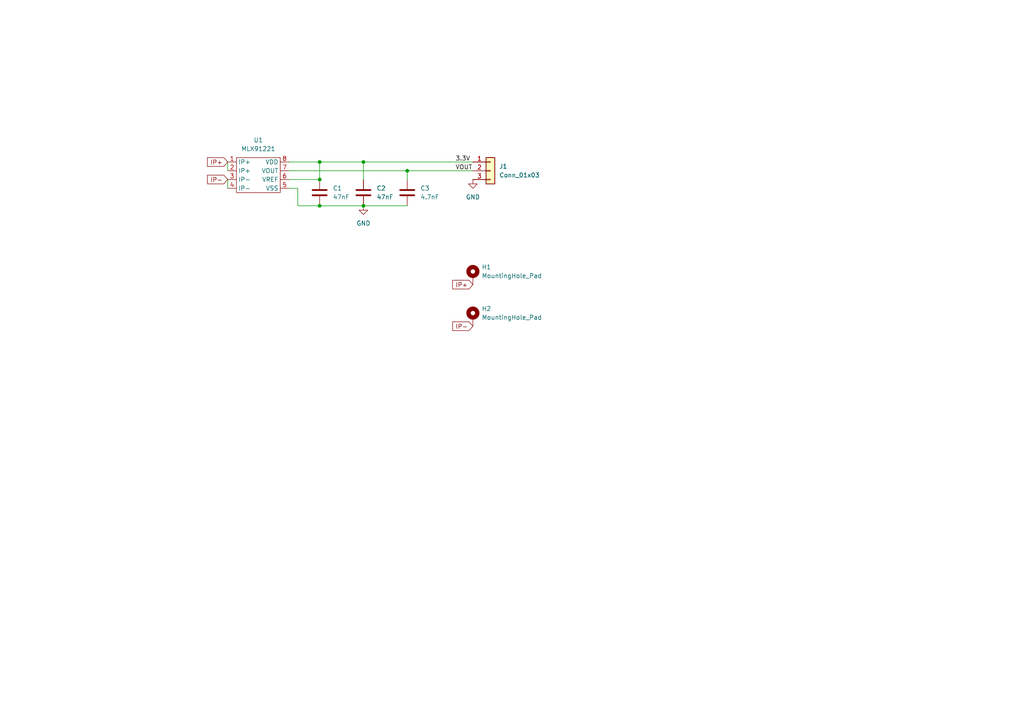
<source format=kicad_sch>
(kicad_sch (version 20211123) (generator eeschema)
  (paper "A4")
  (lib_symbols
    (symbol "01-rickbassham:MLX91221"
      (property "Reference" "U" (at 0 0 0))
      (property "Value" "MLX91221" (at 0 0 0))
      (symbol "MLX91221_0_1"
        (rectangle (start -6.35 -5.08) (end 6.35 -15.24))
      )
      (symbol "MLX91221_1_1"
        (pin power_in line (at -8.89 -6.35 0) (length 2.54) (name "IP+") (number "1"))
        (pin power_in line (at -8.89 -8.89 0) (length 2.54) (name "IP+") (number "2"))
        (pin power_out line (at -8.89 -11.43 0) (length 2.54) (name "IP-") (number "3"))
        (pin power_out line (at -8.89 -13.97 0) (length 2.54) (name "IP-") (number "4"))
        (pin input line (at 8.89 -13.97 180) (length 2.54) (name "VSS") (number "5"))
        (pin input line (at 8.89 -11.43 180) (length 2.54) (name "VREF") (number "6"))
        (pin input line (at 8.89 -8.89 180) (length 2.54) (name "VOUT") (number "7"))
        (pin input line (at 8.89 -6.35 180) (length 2.54) (name "VDD") (number "8"))
      )
    )
    (symbol "Connector_Generic:Conn_01x03" (pin_names (offset 1.016) hide)
      (property "Reference" "J" (at 0 5.08 0))
      (property "Value" "Conn_01x03" (at 0 -5.08 0))
      (symbol "Conn_01x03_1_1"
        (rectangle (start -1.27 -2.413) (end 0 -2.667) (stroke (width 0.1524)))
        (rectangle (start -1.27 0.127) (end 0 -0.127) (stroke (width 0.1524)))
        (rectangle (start -1.27 2.667) (end 0 2.413) (stroke (width 0.1524)))
        (rectangle (start -1.27 3.81) (end 1.27 -3.81) (stroke (width 0.254)) (fill (type background)))
        (pin passive line (at -5.08 2.54 0) (length 3.81) (name "Pin_1") (number "1"))
        (pin passive line (at -5.08 0 0) (length 3.81) (name "Pin_2") (number "2"))
        (pin passive line (at -5.08 -2.54 0) (length 3.81) (name "Pin_3") (number "3"))
      )
    )
    (symbol "Device:C" (pin_numbers hide) (pin_names (offset 0.254))
      (property "Reference" "C" (at 0.635 2.54 0))
      (property "Value" "C" (at 0.635 -2.54 0))
      (symbol "C_0_1"
        (polyline (pts (xy -2.032 -0.762) (xy 2.032 -0.762)) (stroke (width 0.508)))
        (polyline (pts (xy -2.032 0.762) (xy 2.032 0.762)) (stroke (width 0.508)))
      )
      (symbol "C_1_1"
        (pin passive line (at 0 3.81 270) (length 2.794) (name "~") (number "1"))
        (pin passive line (at 0 -3.81 90) (length 2.794) (name "~") (number "2"))
      )
    )
    (symbol "Mechanical:MountingHole_Pad" (pin_numbers hide) (pin_names (offset 1.016) hide)
      (property "Reference" "H" (at 0 6.35 0))
      (property "Value" "MountingHole_Pad" (at 0 4.445 0))
      (symbol "MountingHole_Pad_0_1"
        (circle (center 0 1.27) (radius 1.27) (stroke (width 1.27)))
      )
      (symbol "MountingHole_Pad_1_1"
        (pin input line (at 0 -2.54 90) (length 2.54) (name "1") (number "1"))
      )
    )
    (symbol "power:GND" (power) (pin_names (offset 0))
      (property "Value" "GND" (at 0 -3.81 0))
      (symbol "GND_0_1"
        (polyline (pts (xy 0 0) (xy 0 -1.27) (xy 1.27 -1.27) (xy 0 -2.54) (xy -1.27 -1.27) (xy 0 -1.27)))
      )
      (symbol "GND_1_1"
        (pin power_in line (at 0 0 270) (length 0) hide (name "GND") (number "1"))
      )
    )
  )
  (junction (at 92.71 46.99))
  (junction (at 105.41 46.99))
  (junction (at 105.41 59.69))
  (junction (at 92.71 59.69))
  (junction (at 118.11 49.53))
  (junction (at 92.71 52.07))
  (wire (pts (xy 105.41 46.99) (xy 105.41 52.07)))
  (wire (pts (xy 86.36 54.61) (xy 86.36 59.69)))
  (wire (pts (xy 66.04 46.99) (xy 66.04 49.53)))
  (wire (pts (xy 105.41 46.99) (xy 137.16 46.99)))
  (wire (pts (xy 83.82 49.53) (xy 118.11 49.53)))
  (wire (pts (xy 83.82 46.99) (xy 92.71 46.99)))
  (wire (pts (xy 92.71 46.99) (xy 92.71 52.07)))
  (wire (pts (xy 92.71 46.99) (xy 105.41 46.99)))
  (wire (pts (xy 66.04 52.07) (xy 66.04 54.61)))
  (wire (pts (xy 83.82 52.07) (xy 92.71 52.07)))
  (wire (pts (xy 92.71 59.69) (xy 105.41 59.69)))
  (wire (pts (xy 105.41 59.69) (xy 118.11 59.69)))
  (wire (pts (xy 86.36 59.69) (xy 92.71 59.69)))
  (wire (pts (xy 118.11 49.53) (xy 137.16 49.53)))
  (wire (pts (xy 118.11 49.53) (xy 118.11 52.07)))
  (wire (pts (xy 83.82 54.61) (xy 86.36 54.61)))
  (label "3.3V" (at 132.08 46.99 0))
  (label "VOUT" (at 132.08 49.53 0))
  (global_label "IP+" (shape input) (at 66.04 46.99 180) (property "Intersheet References" "${INTERSHEET_REFS}" (effects hide)))
  (global_label "IP-" (shape input) (at 137.16 94.615 180) (property "Intersheet References" "${INTERSHEET_REFS}" (effects hide)))
  (global_label "IP+" (shape input) (at 137.16 82.55 180) (property "Intersheet References" "${INTERSHEET_REFS}" (effects hide)))
  (global_label "IP-" (shape input) (at 66.04 52.07 180) (property "Intersheet References" "${INTERSHEET_REFS}" (effects hide)))
  (symbol (lib_id "Device:C") (at 118.11 55.88 0) (unit 1)
    (property "Reference" "C3" (at 121.92 54.6099 0) (effects (justify left)))
    (property "Value" "4.7nF" (at 121.92 57.1499 0) (effects (justify left)))
    (property "Footprint" "Capacitor_SMD:C_0603_1608Metric" (effects hide))
    (property "LCSC" "C53987" (effects hide))
  )
  (symbol (lib_id "power:GND") (at 137.16 52.07 0) (unit 1)
    (property "Reference" "#PWR0101" (effects hide))
    (property "Value" "GND" (at 137.16 57.15 0))
  )
  (symbol (lib_id "Device:C") (at 92.71 55.88 0) (unit 1)
    (property "Reference" "C1" (at 96.52 54.6099 0) (effects (justify left)))
    (property "Value" "47nF" (at 96.52 57.1499 0) (effects (justify left)))
    (property "Footprint" "Capacitor_SMD:C_0603_1608Metric" (effects hide))
    (property "LCSC" "C1622" (effects hide))
  )
  (symbol (lib_id "Mechanical:MountingHole_Pad") (at 137.16 80.01 0) (unit 1)
    (property "Reference" "H1" (at 139.7 77.4699 0) (effects (justify left)))
    (property "Value" "MountingHole_Pad" (at 139.7 80.0099 0) (effects (justify left)))
    (property "Footprint" "01-rickbassham:MountingHole_3.2mm_M3_DIN965_Pad" (effects hide))
  )
  (symbol (lib_id "Mechanical:MountingHole_Pad") (at 137.16 92.075 0) (unit 1)
    (property "Reference" "H2" (at 139.7 89.5349 0) (effects (justify left)))
    (property "Value" "MountingHole_Pad" (at 139.7 92.0749 0) (effects (justify left)))
    (property "Footprint" "01-rickbassham:MountingHole_3.2mm_M3_DIN965_Pad" (effects hide))
  )
  (symbol (lib_id "power:GND") (at 105.41 59.69 0) (unit 1)
    (property "Reference" "#PWR0102" (effects hide))
    (property "Value" "GND" (at 105.41 64.77 0))
  )
  (symbol (lib_id "01-rickbassham:MLX91221") (at 74.93 40.64 0) (unit 1)
    (property "Reference" "U1" (at 74.93 40.64 0))
    (property "Value" "MLX91221" (at 74.93 43.18 0))
    (property "Footprint" "Package_SO:SOIC-8_3.9x4.9mm_P1.27mm" (effects hide))
    (property "Datasheet" "https://www.melexis.com/-/media/files/documents/datasheets/mlx91221-datasheet-melexis.pdf" (effects hide))
    (property "FullPartNumber" "MLX91221KDC-ABR-050-RE" (effects hide))
  )
  (symbol (lib_id "Connector_Generic:Conn_01x03") (at 142.24 49.53 0) (unit 1)
    (property "Reference" "J1" (at 144.78 48.2599 0) (effects (justify left)))
    (property "Value" "Conn_01x03" (at 144.78 50.7999 0) (effects (justify left)))
    (property "Footprint" "Connector_PinHeader_2.54mm:PinHeader_1x03_P2.54mm_Vertical" (effects hide))
  )
  (symbol (lib_id "Device:C") (at 105.41 55.88 0) (unit 1)
    (property "Reference" "C2" (at 109.22 54.6099 0) (effects (justify left)))
    (property "Value" "47nF" (at 109.22 57.1499 0) (effects (justify left)))
    (property "Footprint" "Capacitor_SMD:C_0603_1608Metric" (effects hide))
    (property "LCSC" "C1622" (effects hide))
  )
)
</source>
